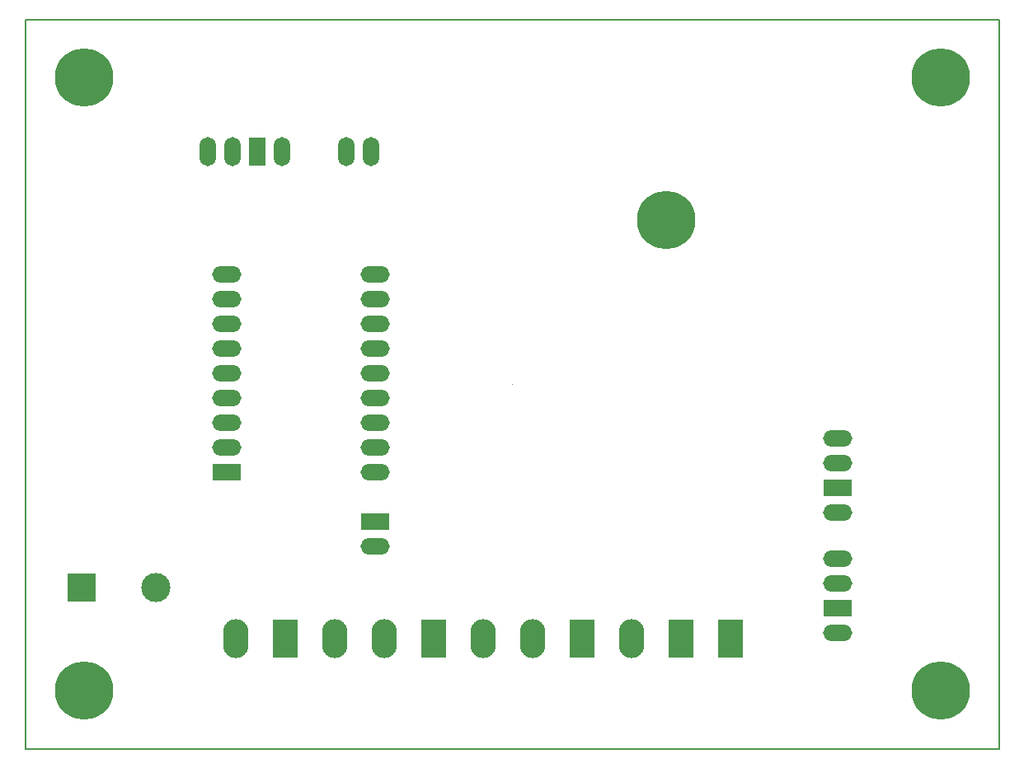
<source format=gbl>
%TF.GenerationSoftware,KiCad,Pcbnew,5.1.10*%
%TF.CreationDate,2021-09-02T20:29:26+02:00*%
%TF.ProjectId,Termostato-Diferencial-Mini,5465726d-6f73-4746-9174-6f2d44696665,rev?*%
%TF.SameCoordinates,PX9e11d20PY4c6afd0*%
%TF.FileFunction,Copper,L2,Bot*%
%TF.FilePolarity,Positive*%
%FSLAX45Y45*%
G04 Gerber Fmt 4.5, Leading zero omitted, Abs format (unit mm)*
G04 Created by KiCad (PCBNEW 5.1.10) date 2021-09-02 20:29:26*
%MOMM*%
%LPD*%
G01*
G04 APERTURE LIST*
%TA.AperFunction,NonConductor*%
%ADD10C,0.050000*%
%TD*%
%TA.AperFunction,Profile*%
%ADD11C,0.200000*%
%TD*%
%TA.AperFunction,ComponentPad*%
%ADD12O,3.000000X1.700000*%
%TD*%
%TA.AperFunction,ComponentPad*%
%ADD13R,3.000000X1.700000*%
%TD*%
%TA.AperFunction,ComponentPad*%
%ADD14C,6.000000*%
%TD*%
%TA.AperFunction,ComponentPad*%
%ADD15O,1.700000X3.000000*%
%TD*%
%TA.AperFunction,ComponentPad*%
%ADD16R,1.700000X3.000000*%
%TD*%
%TA.AperFunction,ComponentPad*%
%ADD17C,3.000000*%
%TD*%
%TA.AperFunction,ComponentPad*%
%ADD18R,3.000000X3.000000*%
%TD*%
%TA.AperFunction,ComponentPad*%
%ADD19O,2.600000X4.000000*%
%TD*%
%TA.AperFunction,ComponentPad*%
%ADD20R,2.600000X4.000000*%
%TD*%
G04 APERTURE END LIST*
D10*
X5000Y0D02*
G75*
G03*
X5000Y0I-5000J0D01*
G01*
D11*
X4998980Y3747000D02*
X-4998900Y3747000D01*
X4999100Y-3746890D02*
X4998980Y3747000D01*
X-4998780Y-3746890D02*
X4999100Y-3746890D01*
X-4998780Y-3746890D02*
X-4998900Y3747000D01*
D12*
%TO.P,RELE-3-4,4*%
%TO.N,/PIN-A2*%
X3345000Y-1793500D03*
%TO.P,RELE-3-4,3*%
%TO.N,/PIN-A3*%
X3345000Y-2047500D03*
D13*
%TO.P,RELE-3-4,2*%
%TO.N,GND*%
X3345000Y-2301500D03*
D12*
%TO.P,RELE-3-4,1*%
%TO.N,VCC*%
X3345000Y-2555500D03*
%TD*%
%TO.P,RELE-1-2,4*%
%TO.N,/PIN-A0*%
X3345000Y-556500D03*
%TO.P,RELE-1-2,3*%
%TO.N,/PIN-A1*%
X3345000Y-810500D03*
D13*
%TO.P,RELE-1-2,2*%
%TO.N,GND*%
X3345000Y-1064500D03*
D12*
%TO.P,RELE-1-2,1*%
%TO.N,VCC*%
X3345000Y-1318500D03*
%TD*%
%TO.P,ARDUINO_R1,12*%
%TO.N,/PIN-10*%
X-1403290Y1127540D03*
%TO.P,ARDUINO_R1,11*%
%TO.N,/PIN-11*%
X-1403290Y873540D03*
%TO.P,ARDUINO_R1,10*%
%TO.N,/PIN-12*%
X-1403290Y619540D03*
%TO.P,ARDUINO_R1,9*%
%TO.N,/PIN-13*%
X-1403290Y365540D03*
%TO.P,ARDUINO_R1,8*%
%TO.N,/PIN-A0*%
X-1403290Y111540D03*
%TO.P,ARDUINO_R1,7*%
%TO.N,/PIN-A1*%
X-1403290Y-142460D03*
%TO.P,ARDUINO_R1,6*%
%TO.N,/PIN-A2*%
X-1403290Y-396460D03*
%TO.P,ARDUINO_R1,5*%
%TO.N,/PIN-A3*%
X-1403290Y-650460D03*
%TO.P,ARDUINO_R1,4*%
%TO.N,VCC*%
X-1403290Y-904460D03*
D13*
%TO.P,ARDUINO_R1,2*%
%TO.N,GND*%
X-1403290Y-1412460D03*
D12*
%TO.P,ARDUINO_R1,1*%
%TO.N,/RAW9V*%
X-1403290Y-1666460D03*
%TD*%
%TO.P,ARDUINO_L1,12*%
%TO.N,/PIN-9*%
X-2927290Y1127540D03*
%TO.P,ARDUINO_L1,11*%
%TO.N,/PIN-8*%
X-2927290Y873540D03*
%TO.P,ARDUINO_L1,10*%
%TO.N,/PIN-7*%
X-2927290Y619540D03*
%TO.P,ARDUINO_L1,9*%
%TO.N,/PIN-6*%
X-2927290Y365540D03*
%TO.P,ARDUINO_L1,8*%
%TO.N,/PIN-5*%
X-2927290Y111540D03*
%TO.P,ARDUINO_L1,7*%
%TO.N,/PIN-4*%
X-2927290Y-142460D03*
%TO.P,ARDUINO_L1,6*%
%TO.N,/PIN-3*%
X-2927290Y-396460D03*
%TO.P,ARDUINO_L1,5*%
%TO.N,/PIN-2*%
X-2927290Y-650460D03*
D13*
%TO.P,ARDUINO_L1,4*%
%TO.N,GND*%
X-2927290Y-904460D03*
%TD*%
D14*
%TO.P,TORNILLO-1,1*%
%TO.N,N/C*%
X4399100Y3147000D03*
%TD*%
D15*
%TO.P,I2C-LCD1,4*%
%TO.N,Net-(A4-A5-Pad2)*%
X-3123320Y2391500D03*
%TO.P,I2C-LCD1,3*%
%TO.N,Net-(A4-A5-Pad1)*%
X-2869320Y2391500D03*
D16*
%TO.P,I2C-LCD1,2*%
%TO.N,GND*%
X-2615320Y2391500D03*
D15*
%TO.P,I2C-LCD1,1*%
%TO.N,VCC*%
X-2361320Y2391500D03*
%TD*%
%TO.P,A4-A5,2*%
%TO.N,Net-(A4-A5-Pad2)*%
X-1446920Y2391500D03*
%TO.P,A4-A5,1*%
%TO.N,Net-(A4-A5-Pad1)*%
X-1700920Y2391500D03*
%TD*%
D17*
%TO.P,BUZZER1,2*%
%TO.N,/PIN-2*%
X-3659600Y-2092960D03*
D18*
%TO.P,BUZZER1,1*%
%TO.N,GND*%
X-4419600Y-2092960D03*
%TD*%
D19*
%TO.P,BORNERA1,11*%
%TO.N,/PIN-9*%
X-2838900Y-2614000D03*
D20*
%TO.P,BORNERA1,10*%
%TO.N,GND*%
X-2330900Y-2614000D03*
D19*
%TO.P,BORNERA1,9*%
%TO.N,VCC*%
X-1822900Y-2614000D03*
%TO.P,BORNERA1,8*%
%TO.N,/PIN-9*%
X-1314900Y-2614000D03*
D20*
%TO.P,BORNERA1,7*%
%TO.N,GND*%
X-806900Y-2614000D03*
D19*
%TO.P,BORNERA1,6*%
%TO.N,VCC*%
X-298900Y-2614000D03*
%TO.P,BORNERA1,5*%
%TO.N,/PIN-9*%
X209100Y-2614000D03*
D20*
%TO.P,BORNERA1,4*%
%TO.N,GND*%
X717100Y-2614000D03*
D19*
%TO.P,BORNERA1,3*%
%TO.N,VCC*%
X1225100Y-2614000D03*
D20*
%TO.P,BORNERA1,2*%
%TO.N,GND*%
X1733100Y-2614000D03*
%TO.P,BORNERA1,1*%
%TO.N,/RAW9V*%
X2241100Y-2614000D03*
%TD*%
D14*
%TO.P,TORNILLO-3,1*%
%TO.N,N/C*%
X1577600Y1681600D03*
%TD*%
%TO.P,TORNILLO-4,1*%
%TO.N,N/C*%
X-4398780Y-3146890D03*
%TD*%
%TO.P,TORNILLO-5,1*%
%TO.N,N/C*%
X4399100Y-3146890D03*
%TD*%
%TO.P,TORNILLO-1,1*%
%TO.N,N/C*%
X-4398900Y3147000D03*
%TD*%
M02*

</source>
